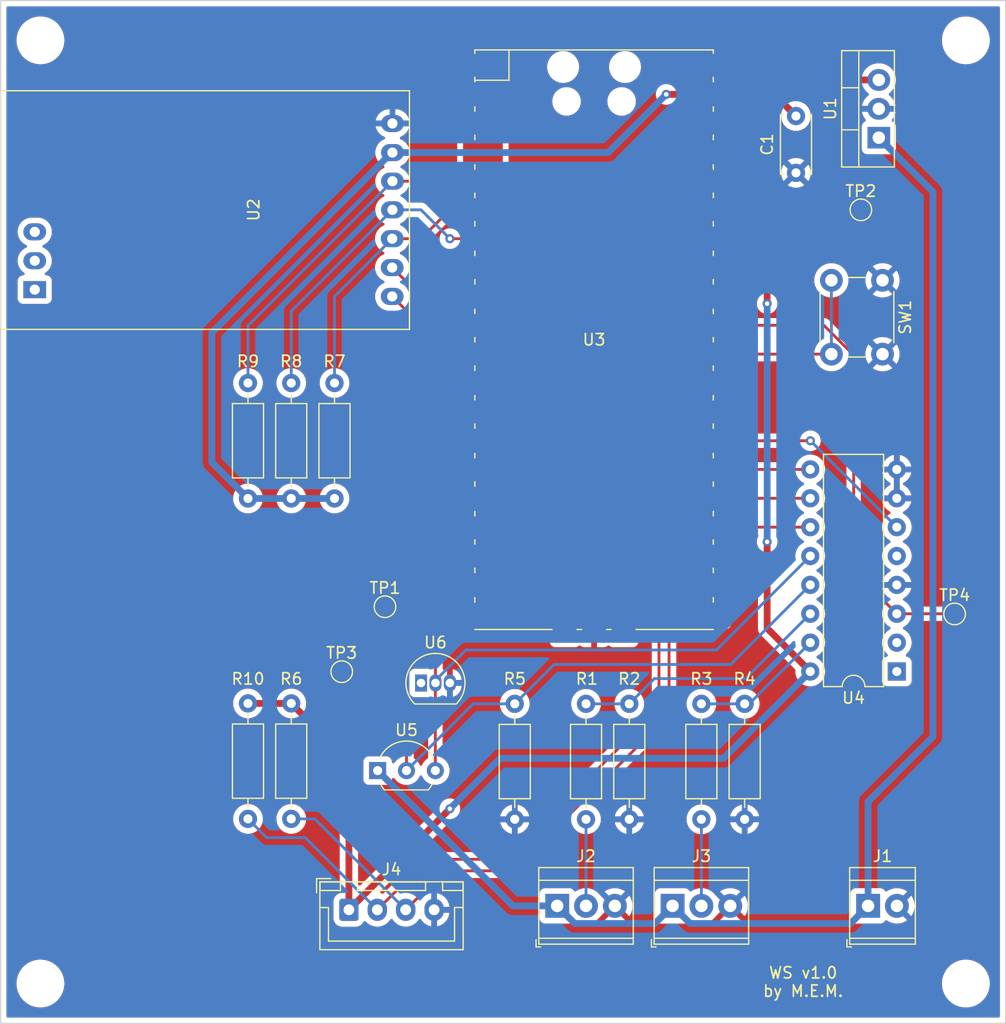
<source format=kicad_pcb>
(kicad_pcb (version 20211014) (generator pcbnew)
  (layers (0 "F.Cu" signal) (31 "B.Cu" signal) (34 "B.Paste" user) (35 "F.Paste" user) (36 "B.SilkS" user "B.Silkscreen") (37 "F.SilkS" user "F.Silkscreen") (38 "B.Mask" user) (39 "F.Mask" user) (44 "Edge.Cuts" user))
  (net 0 "")
  (net 1 "+12V")
  (net 2 "GND")
  (net 3 "/WSPEED_5V")
  (net 4 "/WDIR_5V")
  (net 5 "/VBUS")
  (net 6 "+5V")
  (net 7 "/WSPEED_3V3")
  (net 8 "/WDIR_3V3")
  (net 9 "/LORA_RXD")
  (net 10 "/LORA_TXD")
  (net 11 "/LORA_AUX")
  (net 12 "/RUN")
  (net 13 "/LORA_M0")
  (net 14 "/LORA_M1")
  (net 24 "/MUX_S0")
  (net 25 "/MUX_S1")
  (net 26 "/MUX_S2")
  (net 27 "/MUX_EN")
  (net 29 "/MUX_ADC")
  (net 33 "+3V3")
  (net 42 "/IN_TEMP_OUT")
  (net 43 "/IN_TEMP_REF")
  (net 44 "/SDA")
  (net 45 "/SCL")
  (footprint "Button_Switch_THT:SW_PUSH_6mm_H5mm" (layer "F.Cu") (at 185.42 70.97 -90)
    (fp_text reference "SW1" (at 3.25 -2 -270) (layer "F.SilkS"))
    (fp_text value "SW_Push")
    (fp_line (start -0.25 1.5) (end -0.25 3) (layer "F.SilkS") (width 0.12))
    (fp_line (start 6.75 3) (end 6.75 1.5) (layer "F.SilkS") (width 0.12))
    (fp_line (start 1 5.5) (end 5.5 5.5) (layer "F.SilkS") (width 0.12))
    (fp_line (start 5.5 -1) (end 1 -1) (layer "F.SilkS") (width 0.12))
    (pad "1" thru_hole circle (at 0 0) (size 2 2) (drill 1.1) (layers *.Cu *.Mask) (net 2 "GND"))
    (pad "1" thru_hole circle (at 6.5 0) (size 2 2) (drill 1.1) (layers *.Cu *.Mask) (net 2 "GND"))
    (pad "2" thru_hole circle (at 6.5 4.5) (size 2 2) (drill 1.1) (layers *.Cu *.Mask) (net 12 "/RUN"))
    (pad "2" thru_hole circle (at 0 4.5) (size 2 2) (drill 1.1) (layers *.Cu *.Mask) (net 12 "/RUN"))
  )
  (footprint "TerminalBlock_TE-Connectivity:TerminalBlock_TE_282834-3_1x03_P2.54mm_Horizontal" (layer "F.Cu") (at 156.77 126.02)
    (fp_text reference "J2" (at 2.54 -4.37) (layer "F.SilkS"))
    (fp_text value "WSPEED")
    (fp_line (start 6.7 -3.37) (end 6.7 3.37) (layer "F.SilkS") (width 0.12))
    (fp_line (start -1.62 -3.37) (end -1.62 3.37) (layer "F.SilkS") (width 0.12))
    (fp_line (start -1.62 -3.37) (end 6.7 -3.37) (layer "F.SilkS") (width 0.12))
    (fp_line (start -1.86 3.61) (end -1.46 3.61) (layer "F.SilkS") (width 0.12))
    (fp_line (start -1.62 3.37) (end 6.7 3.37) (layer "F.SilkS") (width 0.12))
    (fp_line (start -1.62 2.85) (end 6.7 2.85) (layer "F.SilkS") (width 0.12))
    (fp_line (start -1.62 -2.25) (end 6.7 -2.25) (layer "F.SilkS") (width 0.12))
    (fp_line (start -1.86 2.97) (end -1.86 3.61) (layer "F.SilkS") (width 0.12))
    (pad "1" thru_hole rect (at 0 0) (size 2.1 2.1) (drill 1.1) (layers *.Cu *.Mask) (net 1 "+12V"))
    (pad "2" thru_hole circle (at 2.54 0) (size 2.1 2.1) (drill 1.1) (layers *.Cu *.Mask) (net 3 "/WSPEED_5V"))
    (pad "3" thru_hole circle (at 5.08 0) (size 2.1 2.1) (drill 1.1) (layers *.Cu *.Mask) (net 2 "GND"))
  )
  (footprint "Resistor_THT:R_Axial_DIN0207_L6.3mm_D2.5mm_P10.16mm_Horizontal" (layer "F.Cu") (at 173.28 108.24 -90)
    (fp_text reference "R4" (at -2.195 0 180) (layer "F.SilkS"))
    (fp_text value "390K")
    (fp_line (start 9.12 0) (end 8.35 0) (layer "F.SilkS") (width 0.12))
    (fp_line (start 8.35 1.37) (end 8.35 -1.37) (layer "F.SilkS") (width 0.12))
    (fp_line (start 1.81 -1.37) (end 1.81 1.37) (layer "F.SilkS") (width 0.12))
    (fp_line (start 8.35 -1.37) (end 1.81 -1.37) (layer "F.SilkS") (width 0.12))
    (fp_line (start 1.04 0) (end 1.81 0) (layer "F.SilkS") (width 0.12))
    (fp_line (start 1.81 1.37) (end 8.35 1.37) (layer "F.SilkS") (width 0.12))
    (pad "1" thru_hole circle (at 0 0 270) (size 1.6 1.6) (drill 0.8) (layers *.Cu *.Mask) (net 8 "/WDIR_3V3"))
    (pad "2" thru_hole oval (at 10.16 0 270) (size 1.6 1.6) (drill 0.8) (layers *.Cu *.Mask) (net 2 "GND"))
  )
  (footprint "Resistor_THT:R_Axial_DIN0207_L6.3mm_D2.5mm_P10.16mm_Horizontal" (layer "F.Cu") (at 137.16 90.17 90)
    (fp_text reference "R7" (at 12.065 0) (layer "F.SilkS"))
    (fp_text value "10K")
    (fp_line (start 1.04 0) (end 1.81 0) (layer "F.SilkS") (width 0.12))
    (fp_line (start 8.35 -1.37) (end 1.81 -1.37) (layer "F.SilkS") (width 0.12))
    (fp_line (start 8.35 1.37) (end 8.35 -1.37) (layer "F.SilkS") (width 0.12))
    (fp_line (start 1.81 -1.37) (end 1.81 1.37) (layer "F.SilkS") (width 0.12))
    (fp_line (start 1.81 1.37) (end 8.35 1.37) (layer "F.SilkS") (width 0.12))
    (fp_line (start 9.12 0) (end 8.35 0) (layer "F.SilkS") (width 0.12))
    (pad "1" thru_hole circle (at 0 0 90) (size 1.6 1.6) (drill 0.8) (layers *.Cu *.Mask) (net 6 "+5V"))
    (pad "2" thru_hole oval (at 10.16 0 90) (size 1.6 1.6) (drill 0.8) (layers *.Cu *.Mask) (net 9 "/LORA_RXD"))
  )
  (footprint "Resistor_THT:R_Axial_DIN0207_L6.3mm_D2.5mm_P10.16mm_Horizontal" (layer "F.Cu") (at 129.54 108.204 -90)
    (fp_text reference "R10" (at -2.159 0 180) (layer "F.SilkS"))
    (fp_text value "10K")
    (fp_line (start 1.81 1.37) (end 8.35 1.37) (layer "F.SilkS") (width 0.12))
    (fp_line (start 9.12 0) (end 8.35 0) (layer "F.SilkS") (width 0.12))
    (fp_line (start 8.35 -1.37) (end 1.81 -1.37) (layer "F.SilkS") (width 0.12))
    (fp_line (start 1.81 -1.37) (end 1.81 1.37) (layer "F.SilkS") (width 0.12))
    (fp_line (start 8.35 1.37) (end 8.35 -1.37) (layer "F.SilkS") (width 0.12))
    (fp_line (start 1.04 0) (end 1.81 0) (layer "F.SilkS") (width 0.12))
    (pad "1" thru_hole circle (at 0 0 270) (size 1.6 1.6) (drill 0.8) (layers *.Cu *.Mask) (net 33 "+3V3"))
    (pad "2" thru_hole oval (at 10.16 0 270) (size 1.6 1.6) (drill 0.8) (layers *.Cu *.Mask) (net 45 "/SCL"))
  )
  (footprint "TerminalBlock_TE-Connectivity:TerminalBlock_TE_282834-2_1x02_P2.54mm_Horizontal" (layer "F.Cu") (at 184.15 126.02)
    (fp_text reference "J1" (at 1.27 -4.37) (layer "F.SilkS"))
    (fp_text value "POWER")
    (fp_line (start -1.62 -3.37) (end 4.16 -3.37) (layer "F.SilkS") (width 0.12))
    (fp_line (start -1.86 3.61) (end -1.46 3.61) (layer "F.SilkS") (width 0.12))
    (fp_line (start 4.16 -3.37) (end 4.16 3.37) (layer "F.SilkS") (width 0.12))
    (fp_line (start -1.62 2.85) (end 4.16 2.85) (layer "F.SilkS") (width 0.12))
    (fp_line (start -1.62 3.37) (end 4.16 3.37) (layer "F.SilkS") (width 0.12))
    (fp_line (start -1.62 -3.37) (end -1.62 3.37) (layer "F.SilkS") (width 0.12))
    (fp_line (start -1.86 2.97) (end -1.86 3.61) (layer "F.SilkS") (width 0.12))
    (fp_line (start -1.62 -2.25) (end 4.16 -2.25) (layer "F.SilkS") (width 0.12))
    (pad "1" thru_hole rect (at 0 0) (size 2.1 2.1) (drill 1.1) (layers *.Cu *.Mask) (net 1 "+12V"))
    (pad "2" thru_hole circle (at 2.54 0) (size 2.1 2.1) (drill 1.1) (layers *.Cu *.Mask) (net 2 "GND"))
  )
  (footprint "Resistor_THT:R_Axial_DIN0207_L6.3mm_D2.5mm_P10.16mm_Horizontal" (layer "F.Cu") (at 133.35 90.17 90)
    (fp_text reference "R8" (at 12.065 0) (layer "F.SilkS"))
    (fp_text value "10K")
    (fp_line (start 1.81 -1.37) (end 1.81 1.37) (layer "F.SilkS") (width 0.12))
    (fp_line (start 8.35 -1.37) (end 1.81 -1.37) (layer "F.SilkS") (width 0.12))
    (fp_line (start 9.12 0) (end 8.35 0) (layer "F.SilkS") (width 0.12))
    (fp_line (start 8.35 1.37) (end 8.35 -1.37) (layer "F.SilkS") (width 0.12))
    (fp_line (start 1.81 1.37) (end 8.35 1.37) (layer "F.SilkS") (width 0.12))
    (fp_line (start 1.04 0) (end 1.81 0) (layer "F.SilkS") (width 0.12))
    (pad "1" thru_hole circle (at 0 0 90) (size 1.6 1.6) (drill 0.8) (layers *.Cu *.Mask) (net 6 "+5V"))
    (pad "2" thru_hole oval (at 10.16 0 90) (size 1.6 1.6) (drill 0.8) (layers *.Cu *.Mask) (net 10 "/LORA_TXD"))
  )
  (footprint "MountingHole:MountingHole_3.2mm_M3" (layer "F.Cu") (at 192.761 132.855)
    (fp_text reference "H1" hide)
    (fp_text value "MountingHole" hide)
    (pad "" np_thru_hole circle (at 0 0) (size 3.2 3.2) (drill 3.2) (layers *.Cu *.Mask))
  )
  (footprint "Resistor_THT:R_Axial_DIN0207_L6.3mm_D2.5mm_P10.16mm_Horizontal" (layer "F.Cu") (at 159.31 118.4 90)
    (fp_text reference "R1" (at 12.355 0.075 180) (layer "F.SilkS"))
    (fp_text value "220K")
    (fp_line (start 9.12 0) (end 8.35 0) (layer "F.SilkS") (width 0.12))
    (fp_line (start 1.04 0) (end 1.81 0) (layer "F.SilkS") (width 0.12))
    (fp_line (start 8.35 1.37) (end 8.35 -1.37) (layer "F.SilkS") (width 0.12))
    (fp_line (start 1.81 1.37) (end 8.35 1.37) (layer "F.SilkS") (width 0.12))
    (fp_line (start 1.81 -1.37) (end 1.81 1.37) (layer "F.SilkS") (width 0.12))
    (fp_line (start 8.35 -1.37) (end 1.81 -1.37) (layer "F.SilkS") (width 0.12))
    (pad "1" thru_hole circle (at 0 0 90) (size 1.6 1.6) (drill 0.8) (layers *.Cu *.Mask) (net 3 "/WSPEED_5V"))
    (pad "2" thru_hole oval (at 10.16 0 90) (size 1.6 1.6) (drill 0.8) (layers *.Cu *.Mask) (net 7 "/WSPEED_3V3"))
  )
  (footprint "TestPoint:TestPoint_Pad_D1.5mm" (layer "F.Cu") (at 191.77 100.33)
    (fp_text reference "TP4" (at 0 -1.648) (layer "F.SilkS"))
    (fp_text value "MUX_ADC")
    (fp_circle (center 0 0) (end 0 0.95) (layer "F.SilkS") (width 0.12) (fill none))
    (pad "1" smd circle (at 0 0) (size 1.5 1.5) (layers "F.Cu" "F.Mask") (net 29 "/MUX_ADC"))
  )
  (footprint "EBYTE:E220-900T22D" (layer "F.Cu") (at 129.54 64.77 -90)
    (fp_text reference "U2" (at 0 -0.5 -270 unlocked) (layer "F.SilkS"))
    (fp_text value "E220-900T22D")
    (fp_line (start 10.520373 -14.221116) (end 10.520373 21.778884) (layer "F.SilkS") (width 0.12))
    (fp_line (start -10.479627 21.778884) (end 10.520373 21.778884) (layer "F.SilkS") (width 0.12))
    (fp_line (start -10.479627 -14.221116) (end -10.479627 21.778884) (layer "F.SilkS") (width 0.12))
    (fp_line (start -10.479627 -14.221116) (end 10.520373 -14.221116) (layer "F.SilkS") (width 0.12))
    (pad "1" thru_hole oval (at 7.62 -12.7 270) (size 1.5 2) (drill 0.9) (layers *.Cu *.Mask) (net 13 "/LORA_M0"))
    (pad "2" thru_hole oval (at 5.08 -12.7 270) (size 1.5 2) (drill 0.9) (layers *.Cu *.Mask) (net 14 "/LORA_M1"))
    (pad "3" thru_hole oval (at 2.54 -12.7 270) (size 1.5 2) (drill 0.9) (layers *.Cu *.Mask) (net 9 "/LORA_RXD"))
    (pad "4" thru_hole oval (at 0 -12.721116 270) (size 1.5 2) (drill 0.9) (layers *.Cu *.Mask) (net 10 "/LORA_TXD"))
    (pad "5" thru_hole oval (at -2.519441 -12.721116 270) (size 1.5 2) (drill 0.9) (layers *.Cu *.Mask) (net 11 "/LORA_AUX"))
    (pad "6" thru_hole oval (at -5.038883 -12.721116 270) (size 1.5 2) (drill 0.9) (layers *.Cu *.Mask) (net 6 "+5V"))
    (pad "7" thru_hole oval (at -7.599627 -12.721116 270) (size 1.5 2) (drill 0.9) (layers *.Cu *.Mask) (net 2 "GND"))
    (pad "8" thru_hole oval (at 1.940373 18.778884 270) (size 1.5 2) (drill 0.9) (layers *.Cu *.Mask))
    (pad "9" thru_hole oval (at 4.480373 18.778884 270) (size 1.5 2) (drill 0.9) (layers *.Cu *.Mask))
    (pad "10" thru_hole rect (at 7.020373 18.778884 270) (size 1.5 2) (drill 0.9) (layers *.Cu *.Mask))
  )
  (footprint "Resistor_THT:R_Axial_DIN0207_L6.3mm_D2.5mm_P10.16mm_Horizontal" (layer "F.Cu") (at 169.47 118.4 90)
    (fp_text reference "R3" (at 12.355 0 180) (layer "F.SilkS"))
    (fp_text value "220K")
    (fp_line (start 1.04 0) (end 1.81 0) (layer "F.SilkS") (width 0.12))
    (fp_line (start 9.12 0) (end 8.35 0) (layer "F.SilkS") (width 0.12))
    (fp_line (start 1.81 -1.37) (end 1.81 1.37) (layer "F.SilkS") (width 0.12))
    (fp_line (start 1.81 1.37) (end 8.35 1.37) (layer "F.SilkS") (width 0.12))
    (fp_line (start 8.35 1.37) (end 8.35 -1.37) (layer "F.SilkS") (width 0.12))
    (fp_line (start 8.35 -1.37) (end 1.81 -1.37) (layer "F.SilkS") (width 0.12))
    (pad "1" thru_hole circle (at 0 0 90) (size 1.6 1.6) (drill 0.8) (layers *.Cu *.Mask) (net 4 "/WDIR_5V"))
    (pad "2" thru_hole oval (at 10.16 0 90) (size 1.6 1.6) (drill 0.8) (layers *.Cu *.Mask) (net 8 "/WDIR_3V3"))
  )
  (footprint "Package_DIP:DIP-16_W7.62mm" (layer "F.Cu") (at 186.68 105.395 180)
    (fp_text reference "U4" (at 3.81 -2.33) (layer "F.SilkS"))
    (fp_text value "74HC4051")
    (fp_line (start 1.16 -1.33) (end 1.16 19.11) (layer "F.SilkS") (width 0.12))
    (fp_line (start 6.46 -1.33) (end 4.81 -1.33) (layer "F.SilkS") (width 0.12))
    (fp_line (start 2.81 -1.33) (end 1.16 -1.33) (layer "F.SilkS") (width 0.12))
    (fp_line (start 1.16 19.11) (end 6.46 19.11) (layer "F.SilkS") (width 0.12))
    (fp_line (start 6.46 19.11) (end 6.46 -1.33) (layer "F.SilkS") (width 0.12))
    (fp_arc (start 4.81 -1.33) (mid 3.81 -0.33) (end 2.81 -1.33) (layer "F.SilkS") (width 0.12))
    (pad "1" thru_hole rect (at 0 0 180) (size 1.6 1.6) (drill 0.8) (layers *.Cu *.Mask))
    (pad "2" thru_hole oval (at 0 2.54 180) (size 1.6 1.6) (drill 0.8) (layers *.Cu *.Mask))
    (pad "3" thru_hole oval (at 0 5.08 180) (size 1.6 1.6) (drill 0.8) (layers *.Cu *.Mask) (net 29 "/MUX_ADC"))
    (pad "4" thru_hole oval (at 0 7.62 180) (size 1.6 1.6) (drill 0.8) (layers *.Cu *.Mask) (net 2 "GND"))
    (pad "5" thru_hole oval (at 0 10.16 180) (size 1.6 1.6) (drill 0.8) (layers *.Cu *.Mask))
    (pad "6" thru_hole oval (at 0 12.7 180) (size 1.6 1.6) (drill 0.8) (layers *.Cu *.Mask) (net 27 "/MUX_EN"))
    (pad "7" thru_hole oval (at 0 15.24 180) (size 1.6 1.6) (drill 0.8) (layers *.Cu *.Mask) (net 2 "GND"))
    (pad "8" thru_hole oval (at 0 17.78 180) (size 1.6 1.6) (drill 0.8) (layers *.Cu *.Mask) (net 2 "GND"))
    (pad "9" thru_hole oval (at 7.62 17.78 180) (size 1.6 1.6) (drill 0.8) (layers *.Cu *.Mask) (net 26 "/MUX_S2"))
    (pad "10" thru_hole oval (at 7.62 15.24 180) (size 1.6 1.6) (drill 0.8) (layers *.Cu *.Mask) (net 25 "/MUX_S1"))
    (pad "11" thru_hole oval (at 7.62 12.7 180) (size 1.6 1.6) (drill 0.8) (layers *.Cu *.Mask) (net 24 "/MUX_S0"))
    (pad "12" thru_hole oval (at 7.62 10.16 180) (size 1.6 1.6) (drill 0.8) (layers *.Cu *.Mask) (net 43 "/IN_TEMP_REF"))
    (pad "13" thru_hole oval (at 7.62 7.62 180) (size 1.6 1.6) (drill 0.8) (layers *.Cu *.Mask) (net 42 "/IN_TEMP_OUT"))
    (pad "14" thru_hole oval (at 7.62 5.08 180) (size 1.6 1.6) (drill 0.8) (layers *.Cu *.Mask) (net 7 "/WSPEED_3V3"))
    (pad "15" thru_hole oval (at 7.62 2.54 180) (size 1.6 1.6) (drill 0.8) (layers *.Cu *.Mask) (net 8 "/WDIR_3V3"))
    (pad "16" thru_hole oval (at 7.62 0 180) (size 1.6 1.6) (drill 0.8) (layers *.Cu *.Mask) (net 33 "+3V3"))
  )
  (footprint "Package_TO_SOT_THT:TO-92_Inline" (layer "F.Cu") (at 144.78 106.405)
    (fp_text reference "U6" (at 1.27 -3.56) (layer "F.SilkS"))
    (fp_text value "LM385BZ-1.2")
    (fp_line (start -0.53 1.85) (end 3.07 1.85) (layer "F.SilkS") (width 0.12))
    (fp_arc (start 1.27 -2.6) (mid 3.672087 -0.994977) (end 3.108478 1.838478) (layer "F.SilkS") (width 0.12))
    (fp_arc (start -0.568478 1.838478) (mid -1.132087 -0.994977) (end 1.27 -2.6) (layer "F.SilkS") (width 0.12))
    (pad "1" thru_hole rect (at 0 0) (size 1.05 1.5) (drill 0.75) (layers *.Cu *.Mask))
    (pad "2" thru_hole oval (at 1.27 0) (size 1.05 1.5) (drill 0.75) (layers *.Cu *.Mask) (net 43 "/IN_TEMP_REF"))
    (pad "3" thru_hole oval (at 2.54 0) (size 1.05 1.5) (drill 0.75) (layers *.Cu *.Mask) (net 2 "GND"))
  )
  (footprint "TerminalBlock_TE-Connectivity:TerminalBlock_TE_282834-3_1x03_P2.54mm_Horizontal" (layer "F.Cu") (at 166.93 126.02)
    (fp_text reference "J3" (at 2.54 -4.37) (layer "F.SilkS"))
    (fp_text value "WDIR")
    (fp_line (start -1.86 2.97) (end -1.86 3.61) (layer "F.SilkS") (width 0.12))
    (fp_line (start -1.62 -3.37) (end -1.62 3.37) (layer "F.SilkS") (width 0.12))
    (fp_line (start -1.86 3.61) (end -1.46 3.61) (layer "F.SilkS") (width 0.12))
    (fp_line (start -1.62 -3.37) (end 6.7 -3.37) (layer "F.SilkS") (width 0.12))
    (fp_line (start -1.62 3.37) (end 6.7 3.37) (layer "F.SilkS") (width 0.12))
    (fp_line (start -1.62 2.85) (end 6.7 2.85) (layer "F.SilkS") (width 0.12))
    (fp_line (start -1.62 -2.25) (end 6.7 -2.25) (layer "F.SilkS") (width 0.12))
    (fp_line (start 6.7 -3.37) (end 6.7 3.37) (layer "F.SilkS") (width 0.12))
    (pad "1" thru_hole rect (at 0 0) (size 2.1 2.1) (drill 1.1) (layers *.Cu *.Mask) (net 1 "+12V"))
    (pad "2" thru_hole circle (at 2.54 0) (size 2.1 2.1) (drill 1.1) (layers *.Cu *.Mask) (net 4 "/WDIR_5V"))
    (pad "3" thru_hole circle (at 5.08 0) (size 2.1 2.1) (drill 1.1) (layers *.Cu *.Mask) (net 2 "GND"))
  )
  (footprint "TestPoint:TestPoint_Pad_D1.5mm" (layer "F.Cu") (at 137.795 105.41)
    (fp_text reference "TP3" (at 0 -1.648) (layer "F.SilkS"))
    (fp_text value "TEMP_OUT")
    (fp_circle (center 0 0) (end 0 0.95) (layer "F.SilkS") (width 0.12) (fill none))
    (pad "1" smd circle (at 0 0) (size 1.5 1.5) (layers "F.Cu" "F.Mask") (net 42 "/IN_TEMP_OUT"))
  )
  (footprint "Resistor_THT:R_Axial_DIN0207_L6.3mm_D2.5mm_P10.16mm_Horizontal" (layer "F.Cu") (at 153.035 108.24 -90)
    (fp_text reference "R5" (at -2.195 0 180) (layer "F.SilkS"))
    (fp_text value "18K")
    (fp_line (start 1.81 -1.37) (end 1.81 1.37) (layer "F.SilkS") (width 0.12))
    (fp_line (start 1.81 1.37) (end 8.35 1.37) (layer "F.SilkS") (width 0.12))
    (fp_line (start 8.35 1.37) (end 8.35 -1.37) (layer "F.SilkS") (width 0.12))
    (fp_line (start 1.04 0) (end 1.81 0) (layer "F.SilkS") (width 0.12))
    (fp_line (start 8.35 -1.37) (end 1.81 -1.37) (layer "F.SilkS") (width 0.12))
    (fp_line (start 9.12 0) (end 8.35 0) (layer "F.SilkS") (width 0.12))
    (pad "1" thru_hole circle (at 0 0 270) (size 1.6 1.6) (drill 0.8) (layers *.Cu *.Mask) (net 42 "/IN_TEMP_OUT"))
    (pad "2" thru_hole oval (at 10.16 0 270) (size 1.6 1.6) (drill 0.8) (layers *.Cu *.Mask) (net 2 "GND"))
  )
  (footprint "MountingHole:MountingHole_3.2mm_M3" (layer "F.Cu") (at 111.261 49.855)
    (fp_text reference "H3" hide)
    (fp_text value "MountingHole" hide)
    (pad "" np_thru_hole circle (at 0 0) (size 3.2 3.2) (drill 3.2) (layers *.Cu *.Mask))
  )
  (footprint "MCU_RaspberryPi_and_Boards:RPi_Pico_SMD_TH" (layer "F.Cu") (at 160.02 76.2)
    (fp_text reference "U3" (at 0 0) (layer "F.SilkS"))
    (fp_text value "Pico")
    (fp_line (start 10.5 -10.4) (end 10.5 -10) (layer "F.SilkS") (width 0.12))
    (fp_line (start 10.5 7.4) (end 10.5 7.8) (layer "F.SilkS") (width 0.12))
    (fp_line (start 10.5 20.1) (end 10.5 20.5) (layer "F.SilkS") (width 0.12))
    (fp_line (start -10.5 -7.8) (end -10.5 -7.4) (layer "F.SilkS") (width 0.12))
    (fp_line (start -10.5 20.1) (end -10.5 20.5) (layer "F.SilkS") (width 0.12))
    (fp_line (start 10.5 -5.3) (end 10.5 -4.9) (layer "F.SilkS") (width 0.12))
    (fp_line (start 10.5 -23.1) (end 10.5 -22.7) (layer "F.SilkS") (width 0.12))
    (fp_line (start -10.5 -0.2) (end -10.5 0.2) (layer "F.SilkS") (width 0.12))
    (fp_line (start -10.5 4.9) (end -10.5 5.3) (layer "F.SilkS") (width 0.12))
    (fp_line (start -10.5 -10.4) (end -10.5 -10) (layer "F.SilkS") (width 0.12))
    (fp_line (start 1.1 25.5) (end 1.5 25.5) (layer "F.SilkS") (width 0.12))
    (fp_line (start 10.5 -15.4) (end 10.5 -15) (layer "F.SilkS") (width 0.12))
    (fp_line (start -10.5 -15.4) (end -10.5 -15) (layer "F.SilkS") (width 0.12))
    (fp_line (start -10.5 7.4) (end -10.5 7.8) (layer "F.SilkS") (width 0.12))
    (fp_line (start 10.5 2.3) (end 10.5 2.7) (layer "F.SilkS") (width 0.12))
    (fp_line (start -10.5 12.5) (end -10.5 12.9) (layer "F.SilkS") (width 0.12))
    (fp_line (start 10.5 12.5) (end 10.5 12.9) (layer "F.SilkS") (width 0.12))
    (fp_line (start -10.5 -12.9) (end -10.5 -12.5) (layer "F.SilkS") (width 0.12))
    (fp_line (start -10.5 -23.1) (end -10.5 -22.7) (layer "F.SilkS") (width 0.12))
    (fp_line (start -10.5 17.6) (end -10.5 18) (layer "F.SilkS") (width 0.12))
    (fp_line (start 10.5 22.7) (end 10.5 23.1) (layer "F.SilkS") (width 0.12))
    (fp_line (start 10.5 -2.7) (end 10.5 -2.3) (layer "F.SilkS") (width 0.12))
    (fp_line (start 10.5 -25.5) (end 10.5 -25.2) (layer "F.SilkS") (width 0.12))
    (fp_line (start -10.5 -25.5) (end 10.5 -25.5) (layer "F.SilkS") (width 0.12))
    (fp_line (start 10.5 -0.2) (end 10.5 0.2) (layer "F.SilkS") (width 0.12))
    (fp_line (start -10.5 -18) (end -10.5 -17.6) (layer "F.SilkS") (width 0.12))
    (fp_line (start -10.5 -5.3) (end -10.5 -4.9) (layer "F.SilkS") (width 0.12))
    (fp_line (start -10.5 22.7) (end -10.5 23.1) (layer "F.SilkS") (width 0.12))
    (fp_line (start -10.5 2.3) (end -10.5 2.7) (layer "F.SilkS") (width 0.12))
    (fp_line (start 10.5 -20.5) (end 10.5 -20.1) (layer "F.SilkS") (width 0.12))
    (fp_line (start 10.5 -18) (end 10.5 -17.6) (layer "F.SilkS") (width 0.12))
    (fp_line (start -7.493 -22.833) (end -7.493 -25.5) (layer "F.SilkS") (width 0.12))
    (fp_line (start 10.5 -7.8) (end 10.5 -7.4) (layer "F.SilkS") (width 0.12))
    (fp_line (start 10.5 -12.9) (end 10.5 -12.5) (layer "F.SilkS") (width 0.12))
    (fp_line (start -10.5 -20.5) (end -10.5 -20.1) (layer "F.SilkS") (width 0.12))
    (fp_line (start -10.5 -22.833) (end -7.493 -22.833) (layer "F.SilkS") (width 0.12))
    (fp_line (start 10.5 10) (end 10.5 10.4) (layer "F.SilkS") (width 0.12))
    (fp_line (start -1.5 25.5) (end -1.1 25.5) (layer "F.SilkS") (width 0.12))
    (fp_line (start 10.5 25.5) (end 3.7 25.5) (layer "F.SilkS") (width 0.12))
    (fp_line (start 10.5 17.6) (end 10.5 18) (layer "F.SilkS") (width 0.12))
    (fp_line (start 10.5 4.9) (end 10.5 5.3) (layer "F.SilkS") (width 0.12))
    (fp_line (start -3.7 25.5) (end -10.5 25.5) (layer "F.SilkS") (width 0.12))
    (fp_line (start 10.5 15.1) (end 10.5 15.5) (layer "F.SilkS") (width 0.12))
    (fp_line (start -10.5 -25.5) (end -10.5 -25.2) (layer "F.SilkS") (width 0.12))
    (fp_line (start -10.5 -2.7) (end -10.5 -2.3) (layer "F.SilkS") (width 0.12))
    (fp_line (start -10.5 15.1) (end -10.5 15.5) (layer "F.SilkS") (width 0.12))
    (fp_line (start -10.5 10) (end -10.5 10.4) (layer "F.SilkS") (width 0.12))
    (pad "" np_thru_hole oval (at -2.725 -24) (size 1.8 1.8) (drill 1.8) (layers *.Cu *.Mask))
    (pad "" np_thru_hole oval (at 2.725 -24) (size 1.8 1.8) (drill 1.8) (layers *.Cu *.Mask))
    (pad "" np_thru_hole oval (at -2.425 -20.97) (size 1.5 1.5) (drill 1.5) (layers *.Cu *.Mask))
    (pad "" np_thru_hole oval (at 2.425 -20.97) (size 1.5 1.5) (drill 1.5) (layers *.Cu *.Mask))
    (pad "1" smd rect (at -8.89 -24.13) (size 3.5 1.7) (drill (offset -0.9 0)) (layers "F.Cu" "F.Mask"))
    (pad "2" smd rect (at -8.89 -21.59) (size 3.5 1.7) (drill (offset -0.9 0)) (layers "F.Cu" "F.Mask"))
    (pad "3" smd rect (at -8.89 -19.05) (size 3.5 1.7) (drill (offset -0.9 0)) (layers "F.Cu" "F.Mask") (net 2 "GND"))
    (pad "4" smd rect (at -8.89 -16.51) (size 3.5 1.7) (drill (offset -0.9 0)) (layers "F.Cu" "F.Mask"))
    (pad "5" smd rect (at -8.89 -13.97) (size 3.5 1.7) (drill (offset -0.9 0)) (layers "F.Cu" "F.Mask") (net 11 "/LORA_AUX"))
    (pad "6" smd rect (at -8.89 -11.43) (size 3.5 1.7) (drill (offset -0.9 0)) (layers "F.Cu" "F.Mask") (net 9 "/LORA_RXD"))
    (pad "7" smd rect (at -8.89 -8.89) (size 3.5 1.7) (drill (offset -0.9 0)) (layers "F.Cu" "F.Mask") (net 10 "/LORA_TXD"))
    (pad "8" smd rect (at -8.89 -6.35) (size 3.5 1.7) (drill (offset -0.9 0)) (layers "F.Cu" "F.Mask") (net 2 "GND"))
    (pad "9" smd rect (at -8.89 -3.81) (size 3.5 1.7) (drill (offset -0.9 0)) (layers "F.Cu" "F.Mask") (net 14 "/LORA_M1"))
    (pad "10" smd rect (at -8.89 -1.27) (size 3.5 1.7) (drill (offset -0.9 0)) (layers "F.Cu" "F.Mask") (net 13 "/LORA_M0"))
    (pad "11" smd rect (at -8.89 1.27) (size 3.5 1.7) (drill (offset -0.9 0)) (layers "F.Cu" "F.Mask"))
    (pad "12" smd rect (at -8.89 3.81) (size 3.5 1.7) (drill (offset -0.9 0)) (layers "F.Cu" "F.Mask"))
    (pad "13" smd rect (at -8.89 6.35) (size 3.5 1.7) (drill (offset -0.9 0)) (layers "F.Cu" "F.Mask") (net 2 "GND"))
    (pad "14" smd rect (at -8.89 8.89) (size 3.5 1.7) (drill (offset -0.9 0)) (layers "F.Cu" "F.Mask"))
    (pad "15" smd rect (at -8.89 11.43) (size 3.5 1.7) (drill (offset -0.9 0)) (layers "F.Cu" "F.Mask"))
    (pad "16" smd rect (at -8.89 13.97) (size 3.5 1.7) (drill (offset -0.9 0)) (layers "F.Cu" "F.Mask"))
    (pad "17" smd rect (at -8.89 16.51) (size 3.5 1.7) (drill (offset -0.9 0)) (layers "F.Cu" "F.Mask"))
    (pad "18" smd rect (at -8.89 19.05) (size 3.5 1.7) (drill (offset -0.9 0)) (layers "F.Cu" "F.Mask") (net 2 "GND"))
    (pad "19" smd rect (at -8.89 21.59) (size 3.5 1.7) (drill (offset -0.9 0)) (layers "F.Cu" "F.Mask"))
    (pad "20" smd rect (at -8.89 24.13) (size 3.5 1.7) (drill (offset -0.9 0)) (layers "F.Cu" "F.Mask"))
    (pad "21" smd rect (at 8.89 24.13) (size 3.5 1.7) (drill (offset 0.9 0)) (layers "F.Cu" "F.Mask") (net 44 "/SDA"))
    (pad "22" smd rect (at 8.89 21.59) (size 3.5 1.7) (drill (offset 0.9 0)) (layers "F.Cu" "F.Mask") (net 45 "/SCL"))
    (pad "23" smd rect (at 8.89 19.05) (size 3.5 1.7) (drill (offset 0.9 0)) (layers "F.Cu" "F.Mask") (net 2 "GND"))
    (pad "24" smd rect (at 8.89 16.51) (size 3.5 1.7) (drill (offset 0.9 0)) (layers "F.Cu" "F.Mask") (net 24 "/MUX_S0"))
    (pad "25" smd rect (at 8.89 13.97) (size 3.5 1.7) (drill (offset 0.9 0)) (layers "F.Cu" "F.Mask") (net 25 "/MUX_S1"))
    (pad "26" smd rect (at 8.89 11.43) (size 3.5 1.7) (drill (offset 0.9 0)) (layers "F.Cu" "F.Mask") (net 26 "/MUX_S2"))
    (pad "27" smd rect (at 8.89 8.89) (size 3.5 1.7) (drill (offset 0.9 0)) (layers "F.Cu" "F.Mask") (net 27 "/MUX_EN"))
    (pad "28" smd rect (at 8.89 6.35) (size 3.5 1.7) (drill (offset 0.9 0)) (layers "F.Cu" "F.Mask") (net 2 "GND"))
    (pad "29" smd rect (at 8.89 3.81) (size 3.5 1.7) (drill (offset 0.9 0)) (layers "F.Cu" "F.Mask"))
    (pad "30" smd rect (at 8.89 1.27) (size 3.5 1.7) (drill (offset 0.9 0)) (layers "F.Cu" "F.Mask") (net 12 "/RUN"))
    (pad "31" smd rect (at 8.89 -1.27) (size 3.5 1.7) (drill (offset 0.9 0)) (layers "F.Cu" "F.Mask") (net 29 "/MUX_ADC"))
    (pad "32" smd rect (at 8.89 -3.81) (size 3.5 1.7) (drill (offset 0.9 0)) (layers "F.Cu" "F.Mask"))
    (pad "33" smd rect (at 8.89 -6.35) (size 3.5 1.7) (drill (offset 0.9 0)) (layers "F.Cu" "F.Mask") (net 2 "GND"))
    (pad "34" smd rect (at 8.89 -8.89) (size 3.5 1.7) (drill (offset 0.9 0)) (layers "F.Cu" "F.Mask"))
    (pad "35" smd rect (at 8.89 -11.43) (size 3.5 1.7) (drill (offset 0.9 0)) (layers "F.Cu" "F.Mask"))
    (pad "36" smd rect (at 8.89 -13.97) (size 3.5 1.7) (drill (offset 0.9 0)) (layers "F.Cu" "F.Mask") (net 33 "+3V3"))
    (pad "37" smd rect (at 8.89 -16.51) (size 3.5 1.7) (drill (offset 0.9 0)) (layers "F.Cu" "F.Mask"))
    (pad "38" smd rect (at 8.89 -19.05) (size 3.5 1.7) (drill (offset 0.9 0)) (layers "F.Cu" "F.Mask") (net 2 "GND"))
    (pad "39" smd rect (at 8.89 -21.59) (size 3.5 1.7) (drill (offset 0.9 0)) (layers "F.Cu" "F.Mask") (net 6 "+5V"))
    (pad "40" smd rect (at 8.89 -24.13) (size 3.5 1.7) (drill (offset 0.9 0)) (layers "F.Cu" "F.Mask") (net 5 "/VBUS"))
    (pad "41" smd rect (at -2.54 23.9 90) (size 3.5 1.7) (drill (offset -0.9 0)) (layers "F.Cu" "F.Mask"))
    (pad "42" smd rect (at 0 23.9 90) (size 3.5 1.7) (drill (offset -0.9 0)) (layers "F.Cu" "F.Mask") (net 2 "GND"))
    (pad "43" smd rect (at 2.54 23.9 90) (size 3.5 1.7) (drill (offset -0.9 0)) (layers "F.Cu" "F.Mask"))
  )
  (footprint "Package_TO_SOT_THT:TO-92L_Inline_Wide" (layer "F.Cu") (at 140.96 114.115)
    (fp_text reference "U5" (at 2.54 -3.56) (layer "F.SilkS"))
    (fp_text value "LM35-LP")
    (fp_line (start 0.6 1.7) (end 4.45 1.7) (layer "F.SilkS") (width 0.12))
    (fp_arc (start 2.54 -2.6) (mid 3.936979 -2.192818) (end 4.8964 -1.098807) (layer "F.SilkS") (width 0.12))
    (fp_arc (start 0.1836 -1.098807) (mid 1.143021 -2.192817) (end 2.54 -2.6) (layer "F.SilkS") (width 0.12))
    (fp_arc (start 0.6 1.7) (mid 0.389183 1.423933) (end 0.217369 1.122045) (layer "F.SilkS") (width 0.12))
    (fp_arc (start 4.842383 1.112264) (mid 4.666594 1.419753) (end 4.45 1.7) (layer "F.SilkS") (width 0.12))
    (pad "1" thru_hole rect (at 0 0) (size 1.5 1.5) (drill 0.8) (layers *.Cu *.Mask) (net 1 "+12V"))
    (pad "2" thru_hole circle (at 2.54 0) (size 1.5 1.5) (drill 0.8) (layers *.Cu *.Mask) (net 42 "/IN_TEMP_OUT"))
    (pad "3" thru_hole circle (at 5.08 0) (size 1.5 1.5) (drill 0.8) (layers *.Cu *.Mask) (net 43 "/IN_TEMP_REF"))
  )
  (footprint "MountingHole:MountingHole_3.2mm_M3" (layer "F.Cu") (at 111.261 132.855)
    (fp_text reference "H4" hide)
    (fp_text value "MountingHole" hide)
    (pad "" np_thru_hole circle (at 0 0) (size 3.2 3.2) (drill 3.2) (layers *.Cu *.Mask))
  )
  (footprint "Package_TO_SOT_THT:TO-220-3_Vertical" (layer "F.Cu") (at 185.095 58.42 90)
    (fp_text reference "U1" (at 2.54 -4.27 90) (layer "F.SilkS"))
    (fp_text value "LM7805_TO220")
    (fp_line (start 7.66 -3.27) (end 7.66 1.371) (layer "F.SilkS") (width 0.12))
    (fp_line (start -2.58 -3.27) (end 7.66 -3.27) (layer "F.SilkS") (width 0.12))
    (fp_line (start -2.58 -1.76) (end 7.66 -1.76) (layer "F.SilkS") (width 0.12))
    (fp_line (start -2.58 -3.27) (end -2.58 1.371) (layer "F.SilkS") (width 0.12))
    (fp_line (start -2.58 1.371) (end 7.66 1.371) (layer "F.SilkS") (width 0.12))
    (fp_line (start 4.391 -3.27) (end 4.391 -1.76) (layer "F.SilkS") (width 0.12))
    (fp_line (start 0.69 -3.27) (end 0.69 -1.76) (layer "F.SilkS") (width 0.12))
    (pad "1" thru_hole rect (at 0 0 90) (size 1.905 2) (drill 1.1) (layers *.Cu *.Mask) (net 1 "+12V"))
    (pad "2" thru_hole oval (at 2.54 0 90) (size 1.905 2) (drill 1.1) (layers *.Cu *.Mask) (net 2 "GND"))
    (pad "3" thru_hole oval (at 5.08 0 90) (size 1.905 2) (drill 1.1) (layers *.Cu *.Mask) (net 6 "+5V"))
  )
  (footprint "Resistor_THT:R_Axial_DIN0207_L6.3mm_D2.5mm_P10.16mm_Horizontal" (layer "F.Cu") (at 163.12 108.24 -90)
    (fp_text reference "R2" (at -2.195 0 180) (layer "F.SilkS"))
    (fp_text value "390K")
    (fp_line (start 9.12 0) (end 8.35 0) (layer "F.SilkS") (width 0.12))
    (fp_line (start 1.81 1.37) (end 8.35 1.37) (layer "F.SilkS") (width 0.12))
    (fp_line (start 8.35 1.37) (end 8.35 -1.37) (layer "F.SilkS") (width 0.12))
    (fp_line (start 1.81 -1.37) (end 1.81 1.37) (layer "F.SilkS") (width 0.12))
    (fp_line (start 8.35 -1.37) (end 1.81 -1.37) (layer "F.SilkS") (width 0.12))
    (fp_line (start 1.04 0) (end 1.81 0) (layer "F.SilkS") (width 0.12))
    (pad "1" thru_hole circle (at 0 0 270) (size 1.6 1.6) (drill 0.8) (layers *.Cu *.Mask) (net 7 "/WSPEED_3V3"))
    (pad "2" thru_hole oval (at 10.16 0 270) (size 1.6 1.6) (drill 0.8) (layers *.Cu *.Mask) (net 2 "GND"))
  )
  (footprint "TestPoint:TestPoint_Pad_D1.5mm" (layer "F.Cu") (at 183.515 64.77)
    (fp_text reference "TP2" (at 0 -1.648) (layer "F.SilkS"))
    (fp_text value "GND")
    (fp_circle (center 0 0) (end 0 0.95) (layer "F.SilkS") (width 0.12) (fill none))
    (pad "1" smd circle (at 0 0) (size 1.5 1.5) (layers "F.Cu" "F.Mask") (net 2 "GND"))
  )
  (footprint "TestPoint:TestPoint_Pad_D1.5mm" (layer "F.Cu") (at 141.605 99.695)
    (fp_text reference "TP1" (at 0 -1.648) (layer "F.SilkS"))
    (fp_text value "TEMP_REF")
    (fp_circle (center 0 0) (end 0 0.95) (layer "F.SilkS") (width 0.12) (fill none))
    (pad "1" smd circle (at 0 0) (size 1.5 1.5) (layers "F.Cu" "F.Mask") (net 43 "/IN_TEMP_REF"))
  )
  (footprint "Connector_JST:JST_XH_B4B-XH-A_1x04_P2.50mm_Vertical" (layer "F.Cu") (at 138.43 126.365)
    (fp_text reference "J4" (at 3.75 -3.55) (layer "F.SilkS"))
    (fp_text value "I2C")
    (fp_line (start 0.75 -2.45) (end 0.75 -1.7) (layer "F.SilkS") (width 0.12))
    (fp_line (start 9.3 -0.2) (end 9.3 2.75) (layer "F.SilkS") (width 0.12))
    (fp_line (start -1.6 -2.75) (end -2.85 -2.75) (layer "F.SilkS") (width 0.12))
    (fp_line (start 8.25 -2.45) (end 8.25 -1.7) (layer "F.SilkS") (width 0.12))
    (fp_line (start -0.75 -2.45) (end -2.55 -2.45) (layer "F.SilkS") (width 0.12))
    (fp_line (start -2.56 -2.46) (end -2.56 3.51) (layer "F.SilkS") (width 0.12))
    (fp_line (start -2.55 -1.7) (end -0.75 -1.7) (layer "F.SilkS") (width 0.12))
    (fp_line (start 6.75 -2.45) (end 0.75 -2.45) (layer "F.SilkS") (width 0.12))
    (fp_line (start -2.55 -0.2) (end -1.8 -0.2) (layer "F.SilkS") (width 0.12))
    (fp_line (start 10.06 3.51) (end 10.06 -2.46) (layer "F.SilkS") (width 0.12))
    (fp_line (start -1.8 -0.2) (end -1.8 2.75) (layer "F.SilkS") (width 0.12))
    (fp_line (start 10.06 -2.46) (end -2.56 -2.46) (layer "F.SilkS") (width 0.12))
    (fp_line (start 9.3 2.75) (end 3.75 2.75) (layer "F.SilkS") (width 0.12))
    (fp_line (start 6.75 -1.7) (end 6.75 -2.45) (layer "F.SilkS") (width 0.12))
    (fp_line (start 10.05 -1.7) (end 10.05 -2.45) (layer "F.SilkS") (width 0.12))
    (fp_line (start -0.75 -1.7) (end -0.75 -2.45) (layer "F.SilkS") (width 0.12))
    (fp_line (start 0.75 -1.7) (end 6.75 -1.7) (layer "F.SilkS") (width 0.12))
    (fp_line (start 10.05 -2.45) (end 8.25 -2.45) (layer "F.SilkS") (width 0.12))
    (fp_line (start 8.25 -1.7) (end 10.05 -1.7) (layer "F.SilkS") (width 0.12))
    (fp_line (start -2.56 3.51) (end 10.06 3.51) (layer "F.SilkS") (width 0.12))
    (fp_line (start -2.85 -2.75) (end -2.85 -1.5) (layer "F.SilkS") (width 0.12))
    (fp_line (start -1.8 2.75) (end 3.75 2.75) (layer "F.SilkS") (width 0.12))
    (fp_line (start 10.05 -0.2) (end 9.3 -0.2) (layer "F.SilkS") (width 0.12))
    (fp_line (start -2.55 -2.45) (end -2.55 -1.7) (layer "F.SilkS") (width 0.12))
    (pad "1" thru_hole roundrect (at 0 0) (size 1.7 1.95) (drill 0.95) (layers *.Cu *.Mask) (roundrect_rratio 0.1470588235) (net 33 "+3V3"))
    (pad "2" thru_hole oval (at 2.5 0) (size 1.7 1.95) (drill 0.95) (layers *.Cu *.Mask) (net 45 "/SCL"))
    (pad "3" thru_hole oval (at 5 0) (size 1.7 1.95) (drill 0.95) (layers *.Cu *.Mask) (net 44 "/SDA"))
    (pad "4" thru_hole oval (at 7.5 0) (size 1.7 1.95) (drill 0.95) (layers *.Cu *.Mask) (net 2 "GND"))
  )
  (footprint "Resistor_THT:R_Axial_DIN0207_L6.3mm_D2.5mm_P10.16mm_Horizontal" (layer "F.Cu") (at 133.35 108.204 -90)
    (fp_text reference "R6" (at -2.159 0 180) (layer "F.SilkS"))
    (fp_text value "10K")
    (fp_line (start 1.04 0) (end 1.81 0) (layer "F.SilkS") (width 0.12))
    (fp_line (start 1.81 -1.37) (end 1.81 1.37) (layer "F.SilkS") (width 0.12))
    (fp_line (start 8.35 -1.37) (end 1.81 -1.37) (layer "F.SilkS") (width 0.12))
    (fp_line (start 1.81 1.37) (end 8.35 1.37) (layer "F.SilkS") (width 0.12))
    (fp_line (start 8.35 1.37) (end 8.35 -1.37) (layer "F.SilkS") (width 0.12))
    (fp_line (start 9.12 0) (end 8.35 0) (layer "F.SilkS") (width 0.12))
    (pad "1" thru_hole circle (at 0 0 270) (size 1.6 1.6) (drill 0.8) (layers *.Cu *.Mask) (net 33 "+3V3"))
    (pad "2" thru_hole oval (at 10.16 0 270) (size 1.6 1.6) (drill 0.8) (layers *.Cu *.Mask) (net 44 "/SDA"))
  )
  (footprint "Capacitor_THT:C_Disc_D5.0mm_W2.5mm_P5.00mm" (layer "F.Cu") (at 177.8 56.515 -90)
    (fp_text reference "C1" (at 2.5 2.54 90) (layer "F.SilkS"))
    (fp_text value "C")
    (fp_line (start 5.12 -1.37) (end 5.12 -1.055) (layer "F.SilkS") (width 0.12))
    (fp_line (start -0.12 -1.37) (end 5.12 -1.37) (layer "F.SilkS") (width 0.12))
    (fp_line (start -0.12 -1.37) (end -0.12 -1.055) (layer "F.SilkS") (width 0.12))
    (fp_line (start 5.12 1.055) (end 5.12 1.37) (layer "F.SilkS") (width 0.12))
    (fp_line (start -0.12 1.37) (end 5.12 1.37) (layer "F.SilkS") (width 0.12))
    (fp_line (start -0.12 1.055) (end -0.12 1.37) (layer "F.SilkS") (width 0.12))
    (pad "1" thru_hole circle (at 0 0 270) (size 1.6 1.6) (drill 0.8) (layers *.Cu *.Mask) (net 6 "+5V"))
    (pad "2" thru_hole circle (at 5 0 270) (size 1.6 1.6) (drill 0.8) (layers *.Cu *.Mask) (net 2 "GND"))
  )
  (footprint "Resistor_THT:R_Axial_DIN0207_L6.3mm_D2.5mm_P10.16mm_Horizontal" (layer "F.Cu") (at 129.54 90.17 90)
    (fp_text reference "R9" (at 12.065 0) (layer "F.SilkS"))
    (fp_text value "10K")
    (fp_line (start 1.81 1.37) (end 8.35 1.37) (layer "F.SilkS") (width 0.12))
    (fp_line (start 8.35 1.37) (end 8.35 -1.37) (layer "F.SilkS") (width 0.12))
    (fp_line (start 1.04 0) (end 1.81 0) (layer "F.SilkS") (width 0.12))
    (fp_line (start 1.81 -1.37) (end 1.81 1.37) (layer "F.SilkS") (width 0.12))
    (fp_line (start 9.12 0) (end 8.35 0) (layer "F.SilkS") (width 0.12))
    (fp_line (start 8.35 -1.37) (end 1.81 -1.37) (layer "F.SilkS") (width 0.12))
    (pad "1" thru_hole circle (at 0 0 90) (size 1.6 1.6) (drill 0.8) (layers *.Cu *.Mask) (net 6 "+5V"))
    (pad "2" thru_hole oval (at 10.16 0 90) (size 1.6 1.6) (drill 0.8) (layers *.Cu *.Mask) (net 11 "/LORA_AUX"))
  )
  (footprint "MountingHole:MountingHole_3.2mm_M3" (layer "F.Cu") (at 192.761 49.855)
    (fp_text reference "H2" hide)
    (fp_text value "MountingHole" hide)
    (pad "" np_thru_hole circle (at 0 0) (size 3.2 3.2) (drill 3.2) (layers *.Cu *.Mask))
  )
  (gr_rect (start 107.761 46.355) (end 196.261 136.355) (layer "Edge.Cuts") (width 0.1) (fill none))
  (gr_text "WS v1.0\nby M.E.M." (at 178.435 132.715) (layer "F.SilkS") (effects (font (size 1 1))))
  (segment (start 189.865 111.125) (end 189.865 63.19) (width 0.6) (layer "B.Cu") (net 1))
  (segment (start 158.319511 127.569511) (end 156.77 126.02) (width 0.6) (layer "B.Cu") (net 1))
  (segment (start 165.380489 127.569511) (end 158.319511 127.569511) (width 0.6) (layer "B.Cu") (net 1))
  (segment (start 184.15 116.84) (end 189.865 111.125) (width 0.6) (layer "B.Cu") (net 1))
  (segment (start 140.96 114.115) (end 152.865 126.02) (width 0.6) (layer "B.Cu") (net 1))
  (segment (start 189.865 63.19) (end 185.095 58.42) (width 0.6) (layer "B.Cu") (net 1))
  (segment (start 168.479511 127.569511) (end 166.93 126.02) (width 0.6) (layer "B.Cu") (net 1))
  (segment (start 166.93 126.02) (end 165.380489 127.569511) (width 0.6) (layer "B.Cu") (net 1))
  (segment (start 182.600489 127.569511) (end 168.479511 127.569511) (width 0.6) (layer "B.Cu") (net 1))
  (segment (start 184.15 126.02) (end 184.15 116.84) (width 0.6) (layer "B.Cu") (net 1))
  (segment (start 152.865 126.02) (end 156.77 126.02) (width 0.6) (layer "B.Cu") (net 1))
  (segment (start 184.15 126.02) (end 182.600489 127.569511) (width 0.6) (layer "B.Cu") (net 1))
  (segment (start 159.31 118.4) (end 159.31 126.02) (width 0.25) (layer "B.Cu") (net 3))
  (segment (start 169.47 118.4) (end 169.47 126.02) (width 0.25) (layer "B.Cu") (net 4))
  (segment (start 176.53 54.61) (end 168.91 54.61) (width 0.6) (layer "F.Cu") (net 6))
  (segment (start 176.53 54.61) (end 176.53 55.245) (width 0.6) (layer "F.Cu") (net 6))
  (segment (start 177.8 53.34) (end 176.53 54.61) (width 0.6) (layer "F.Cu") (net 6))
  (segment (start 185.095 53.34) (end 177.8 53.34) (width 0.6) (layer "F.Cu") (net 6))
  (segment (start 166.37 54.61) (end 168.91 54.61) (width 0.6) (layer "F.Cu") (net 6))
  (segment (start 176.53 55.245) (end 177.8 56.515) (width 0.6) (layer "F.Cu") (net 6))
  (via (at 166.37 54.61) (size 0.8) (drill 0.4) (layers "F.Cu" "B.Cu") (net 6))
  (segment (start 161.248883 59.731117) (end 166.37 54.61) (width 0.6) (layer "B.Cu") (net 6))
  (segment (start 129.54 90.17) (end 133.35 90.17) (width 0.6) (layer "B.Cu") (net 6))
  (segment (start 142.198883 59.731117) (end 126.365 75.565) (width 0.6) (layer "B.Cu") (net 6))
  (segment (start 142.261116 59.731117) (end 161.248883 59.731117) (width 0.6) (layer "B.Cu") (net 6))
  (segment (start 126.365 86.995) (end 129.54 90.17) (width 0.6) (layer "B.Cu") (net 6))
  (segment (start 142.261116 59.731117) (end 142.198883 59.731117) (width 0.6) (layer "B.Cu") (net 6))
  (segment (start 126.365 75.565) (end 126.365 86.995) (width 0.6) (layer "B.Cu") (net 6))
  (segment (start 133.35 90.17) (end 137.16 90.17) (width 0.6) (layer "B.Cu") (net 6))
  (segment (start 173.355 106.02) (end 165.34 106.02) (width 0.25) (layer "B.Cu") (net 7))
  (segment (start 179.06 100.315) (end 173.355 106.02) (width 0.25) (layer "B.Cu") (net 7))
  (segment (start 159.31 108.24) (end 163.12 108.24) (width 0.25) (layer "B.Cu") (net 7))
  (segment (start 165.34 106.02) (end 163.12 108.24) (width 0.25) (layer "B.Cu") (net 7))
  (segment (start 173.7 108.24) (end 173.7 108.215) (width 0.25) (layer "B.Cu") (net 8))
  (segment (start 173.28 108.24) (end 173.7 108.24) (width 0.25) (layer "B.Cu") (net 8))
  (segment (start 173.7 108.215) (end 179.06 102.855) (width 0.25) (layer "B.Cu") (net 8))
  (segment (start 169.47 108.24) (end 173.28 108.24) (width 0.25) (layer "B.Cu") (net 8))
  (segment (start 144.78 67.31) (end 147.32 64.77) (width 0.25) (layer "F.Cu") (net 9))
  (segment (start 142.24 67.31) (end 144.78 67.31) (width 0.25) (layer "F.Cu") (net 9))
  (segment (start 147.32 64.77) (end 151.13 64.77) (width 0.25) (layer "F.Cu") (net 9))
  (segment (start 137.16 80.01) (end 137.16 72.39) (width 0.25) (layer "B.Cu") (net 9))
  (segment (start 137.16 72.39) (end 142.24 67.31) (width 0.25) (layer "B.Cu") (net 9))
  (segment (start 147.32 67.31) (end 151.13 67.31) (width 0.25) (layer "F.Cu") (net 10))
  (via (at 147.32 67.31) (size 0.8) (drill 0.4) (layers "F.Cu" "B.Cu") (net 10))
  (segment (start 142.261116 64.77) (end 144.78 64.77) (width 0.25) (layer "B.Cu") (net 10))
  (segment (start 144.78 64.77) (end 147.32 67.31) (width 0.25) (layer "B.Cu") (net 10))
  (segment (start 133.35 80.01) (end 133.35 73.681116) (width 0.25) (layer "B.Cu") (net 10))
  (segment (start 133.35 73.681116) (end 142.261116 64.77) (width 0.25) (layer "B.Cu") (net 10))
  (segment (start 151.109441 62.250559) (end 151.13 62.23) (width 0.25) (layer "F.Cu") (net 11))
  (segment (start 142.261116 62.250559) (end 151.109441 62.250559) (width 0.25) (layer "F.Cu") (net 11))
  (segment (start 129.54 80.01) (end 129.54 74.971675) (width 0.25) (layer "B.Cu") (net 11))
  (segment (start 129.54 74.971675) (end 142.261116 62.250559) (width 0.25) (layer "B.Cu") (net 11))
  (segment (start 180.92 77.47) (end 168.91 77.47) (width 0.25) (layer "F.Cu") (net 12))
  (segment (start 180.92 70.97) (end 180.92 77.47) (width 0.25) (layer "B.Cu") (net 12))
  (segment (start 142.24 72.39) (end 144.78 74.93) (width 0.25) (layer "F.Cu") (net 13))
  (segment (start 144.78 74.93) (end 151.13 74.93) (width 0.25) (layer "F.Cu") (net 13))
  (segment (start 142.24 69.85) (end 144.78 72.39) (width 0.25) (layer "F.Cu") (net 14))
  (segment (start 144.78 72.39) (end 151.13 72.39) (width 0.25) (layer "F.Cu") (net 14))
  (segment (start 168.91 92.71) (end 168.925 92.695) (width 0.25) (layer "F.Cu") (net 24))
  (segment (start 168.925 92.695) (end 179.06 92.695) (width 0.25) (layer "F.Cu") (net 24))
  (segment (start 168.925 90.155) (end 168.91 90.17) (width 0.25) (layer "F.Cu") (net 25))
  (segment (start 179.06 90.155) (end 168.925 90.155) (width 0.25) (layer "F.Cu") (net 25))
  (segment (start 179.06 87.615) (end 168.925 87.615) (width 0.25) (layer "F.Cu") (net 26))
  (segment (start 168.925 87.615) (end 168.91 87.63) (width 0.25) (layer "F.Cu") (net 26))
  (segment (start 168.91 85.09) (end 179.07 85.09) (width 0.25) (layer "F.Cu") (net 27))
  (via (at 179.07 85.09) (size 0.8) (drill 0.4) (layers "F.Cu" "B.Cu") (net 27))
  (segment (start 179.075 85.09) (end 186.68 92.695) (width 0.25) (layer "B.Cu") (net 27))
  (segment (start 179.07 85.09) (end 179.075 85.09) (width 0.25) (layer "B.Cu") (net 27))
  (segment (start 182.88 77.556857) (end 182.88 96.515) (width 0.25) (layer "F.Cu") (net 29))
  (segment (start 168.91 74.93) (end 180.253143 74.93) (width 0.25) (layer "F.Cu") (net 29))
  (segment (start 182.88 96.515) (end 186.68 100.315) (width 0.25) (layer "F.Cu") (net 29))
  (segment (start 180.253143 74.93) (end 182.88 77.556857) (width 0.25) (layer "F.Cu") (net 29))
  (segment (start 186.68 100.315) (end 191.755 100.315) (width 0.25) (layer "F.Cu") (net 29))
  (segment (start 175.26 93.98) (end 175.26 101.595) (width 0.6) (layer "F.Cu") (net 33))
  (segment (start 175.26 65.405) (end 172.085 62.23) (width 0.6) (layer "F.Cu") (net 33))
  (segment (start 138.43 126.365) (end 138.43 113.284) (width 0.6) (layer "F.Cu") (net 33))
  (segment (start 172.085 62.23) (end 168.91 62.23) (width 0.6) (layer "F.Cu") (net 33))
  (segment (start 175.26 101.595) (end 179.06 105.395) (width 0.6) (layer "F.Cu") (net 33))
  (segment (start 138.43 126.365) (end 147.32 117.475) (width 0.6) (layer "F.Cu") (net 33))
  (segment (start 138.43 113.284) (end 133.35 108.204) (width 0.6) (layer "F.Cu") (net 33))
  (segment (start 175.26 73.025) (end 175.26 65.405) (width 0.6) (layer "F.Cu") (net 33))
  (segment (start 129.54 108.204) (end 133.35 108.204) (width 0.6) (layer "F.Cu") (net 33))
  (via (at 175.26 73.025) (size 0.8) (drill 0.4) (layers "F.Cu" "B.Cu") (net 33))
  (via (at 175.26 93.98) (size 0.8) (drill 0.4) (layers "F.Cu" "B.Cu") (net 33))
  (via (at 147.32 117.475) (size 0.8) (drill 0.4) (layers "F.Cu" "B.Cu") (net 33))
  (segment (start 151.765 113.03) (end 171.425 113.03) (width 0.6) (layer "B.Cu") (net 33))
  (segment (start 171.425 113.03) (end 179.06 105.395) (width 0.6) (layer "B.Cu") (net 33))
  (segment (start 147.32 117.475) (end 151.765 113.03) (width 0.6) (layer "B.Cu") (net 33))
  (segment (start 175.26 73.025) (end 175.26 93.98) (width 0.6) (layer "B.Cu") (net 33))
  (segment (start 143.5 111.115) (end 143.5 114.115) (width 0.25) (layer "F.Cu") (net 42))
  (segment (start 137.795 105.41) (end 143.5 111.115) (width 0.25) (layer "F.Cu") (net 42))
  (segment (start 149.375 108.24) (end 153.035 108.24) (width 0.25) (layer "B.Cu") (net 42))
  (segment (start 143.5 114.115) (end 149.375 108.24) (width 0.25) (layer "B.Cu") (net 42))
  (segment (start 172.06 104.775) (end 156.5 104.775) (width 0.25) (layer "B.Cu") (net 42))
  (segment (start 179.06 97.775) (end 172.06 104.775) (width 0.25) (layer "B.Cu") (net 42))
  (segment (start 156.5 104.775) (end 153.035 108.24) (width 0.25) (layer "B.Cu") (net 42))
  (segment (start 141.605 99.695) (end 146.05 104.14) (width 0.25) (layer "F.Cu") (net 43))
  (segment (start 146.05 104.14) (end 146.05 106.405) (width 0.25) (layer "F.Cu") (net 43))
  (segment (start 146.04 114.115) (end 146.04 106.415) (width 0.25) (layer "F.Cu") (net 43))
  (segment (start 146.04 106.415) (end 146.05 106.405) (width 0.25) (layer "F.Cu") (net 43))
  (segment (start 179.06 95.235) (end 170.79 103.505) (width 0.25) (layer "B.Cu") (net 43))
  (segment (start 148.725 103.505) (end 146.05 106.18) (width 0.25) (layer "B.Cu") (net 43))
  (segment (start 146.05 106.18) (end 146.05 106.405) (width 0.25) (layer "B.Cu") (net 43))
  (segment (start 170.79 103.505) (end 148.725 103.505) (width 0.25) (layer "B.Cu") (net 43))
  (segment (start 152.908 122.936) (end 146.859 122.936) (width 0.25) (layer "F.Cu") (net 44))
  (segment (start 166.624 109.22) (end 152.908 122.936) (width 0.25) (layer "F.Cu") (net 44))
  (segment (start 146.859 122.936) (end 143.43 126.365) (width 0.25) (layer "F.Cu") (net 44))
  (segment (start 168.91 100.33) (end 166.624 102.616) (width 0.25) (layer "F.Cu") (net 44))
  (segment (start 166.624 102.616) (end 166.624 109.22) (width 0.25) (layer "F.Cu") (net 44))
  (segment (start 133.35 118.364) (end 135.429 118.364) (width 0.25) (layer "B.Cu") (net 44))
  (segment (start 135.429 118.364) (end 143.43 126.365) (width 0.25) (layer "B.Cu") (net 44))
  (segment (start 152.4 121.92) (end 165.735 108.585) (width 0.25) (layer "F.Cu") (net 45))
  (segment (start 145.375 121.92) (end 152.4 121.92) (width 0.25) (layer "F.Cu") (net 45))
  (segment (start 165.735 100.965) (end 168.91 97.79) (width 0.25) (layer "F.Cu") (net 45))
  (segment (start 165.735 108.585) (end 165.735 100.965) (width 0.25) (layer "F.Cu") (net 45))
  (segment (start 140.93 126.365) (end 145.375 121.92) (width 0.25) (layer "F.Cu") (net 45))
  (segment (start 131.191 120.015) (end 134.58 120.015) (width 0.25) (layer "B.Cu") (net 45))
  (segment (start 134.58 120.015) (end 140.93 126.365) (width 0.25) (layer "B.Cu") (net 45))
  (segment (start 129.54 118.364) (end 131.191 120.015) (width 0.25) (layer "B.Cu") (net 45))
  (zone (net 2) (net_name "GND") (layer "F.Cu") (connect_pads (clearance 0.508)) (min_thickness 0.254) (fill yes (thermal_gap 0.508) (thermal_bridge_width 0.508))
    (polygon (pts (xy 195.761 135.89) (xy 108.261 135.89) (xy 108.261 46.855) (xy 195.761 46.855)))
  )
  (zone (net 2) (net_name "GND") (layer "B.Cu") (connect_pads (clearance 0.508)) (min_thickness 0.254) (fill yes (thermal_gap 0.508) (thermal_bridge_width 0.508))
    (polygon (pts (xy 195.761 135.89) (xy 108.261 135.89) (xy 108.261 46.855) (xy 195.761 46.855)))
  )
)
</source>
